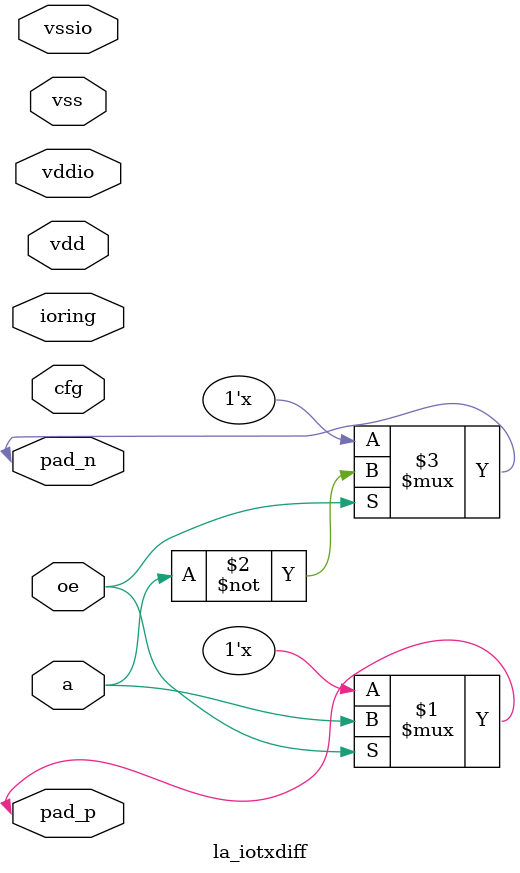
<source format=v>
/*****************************************************************************
 * Function: IO bi-directional transmitter
 * Copyright: Lambda Project Authors. All rights Reserved.
 * License:  MIT (see LICENSE file in Lambda repository)
 *
 * Docs:
 *
 * This is a generic cell that defines the standard interface of the lambda
 * bidrectional buffer cell. It is only suitable for FPGA synthesis.
 *
 * ASIC specific libraries will need to use the TYPE field to select an
 * appropriate hardcoded physical cell based on the the process constraints
 * and library composition. For example, modern nodes will usually have
 * different IP cells for the placing cells vvertically or horizontally.
 *
 ****************************************************************************/
module la_iotxdiff
  #(
    parameter TYPE  = "DEFAULT", // cell type
    parameter SIDE  = "NO",      // "NO", "SO", "EA", "WE"
    parameter CFGW  = 16,        // width of core config bus
    parameter RINGW = 8          // width of io ring
    )
   (// io pad signals
    inout             pad_p, // differential pad output (positive)
    inout             pad_n, // differential pad output (negative)
    inout             vdd, // core supply
    inout             vss, // core ground
    inout             vddio, // io supply
    inout             vssio, // io ground
    // core facing signals
    input             a, // input from core
    input             oe, // output enable, 1 = active
    inout [RINGW-1:0] ioring, // generic io-ring interface
    input [ CFGW-1:0] cfg // generic config interface
    );

   // output driver with tr
   assign pad_p = oe ? a : 1'bz;
   assign pad_n = oe ? ~a : 1'bz;

endmodule

</source>
